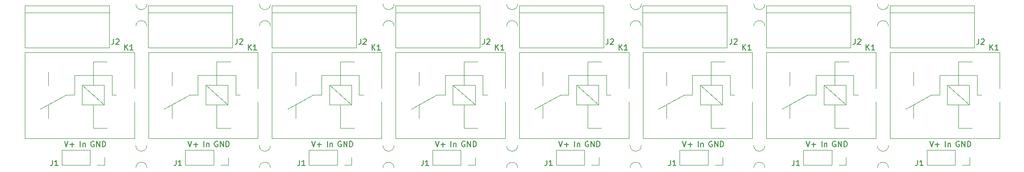
<source format=gbr>
G04 #@! TF.GenerationSoftware,KiCad,Pcbnew,5.1.5-52549c5~86~ubuntu19.10.1*
G04 #@! TF.CreationDate,2020-04-09T14:04:23+02:00*
G04 #@! TF.ProjectId,multi_CH,6d756c74-695f-4434-982e-6b696361645f,rev?*
G04 #@! TF.SameCoordinates,Original*
G04 #@! TF.FileFunction,Legend,Top*
G04 #@! TF.FilePolarity,Positive*
%FSLAX46Y46*%
G04 Gerber Fmt 4.6, Leading zero omitted, Abs format (unit mm)*
G04 Created by KiCad (PCBNEW 5.1.5-52549c5~86~ubuntu19.10.1) date 2020-04-09 14:04:23*
%MOMM*%
%LPD*%
G04 APERTURE LIST*
%ADD10C,0.150000*%
%ADD11C,0.050000*%
%ADD12C,0.120000*%
G04 APERTURE END LIST*
D10*
X186987859Y-102164140D02*
X186987859Y-101164140D01*
X187464049Y-101497474D02*
X187464049Y-102164140D01*
X187464049Y-101592712D02*
X187511668Y-101545093D01*
X187606906Y-101497474D01*
X187749763Y-101497474D01*
X187845001Y-101545093D01*
X187892620Y-101640331D01*
X187892620Y-102164140D01*
X164657859Y-102164140D02*
X164657859Y-101164140D01*
X165134049Y-101497474D02*
X165134049Y-102164140D01*
X165134049Y-101592712D02*
X165181668Y-101545093D01*
X165276906Y-101497474D01*
X165419763Y-101497474D01*
X165515001Y-101545093D01*
X165562620Y-101640331D01*
X165562620Y-102164140D01*
X142327859Y-102164140D02*
X142327859Y-101164140D01*
X142804049Y-101497474D02*
X142804049Y-102164140D01*
X142804049Y-101592712D02*
X142851668Y-101545093D01*
X142946906Y-101497474D01*
X143089763Y-101497474D01*
X143185001Y-101545093D01*
X143232620Y-101640331D01*
X143232620Y-102164140D01*
X119997859Y-102164140D02*
X119997859Y-101164140D01*
X120474049Y-101497474D02*
X120474049Y-102164140D01*
X120474049Y-101592712D02*
X120521668Y-101545093D01*
X120616906Y-101497474D01*
X120759763Y-101497474D01*
X120855001Y-101545093D01*
X120902620Y-101640331D01*
X120902620Y-102164140D01*
X97667859Y-102164140D02*
X97667859Y-101164140D01*
X98144049Y-101497474D02*
X98144049Y-102164140D01*
X98144049Y-101592712D02*
X98191668Y-101545093D01*
X98286906Y-101497474D01*
X98429763Y-101497474D01*
X98525001Y-101545093D01*
X98572620Y-101640331D01*
X98572620Y-102164140D01*
X75337859Y-102164140D02*
X75337859Y-101164140D01*
X75814049Y-101497474D02*
X75814049Y-102164140D01*
X75814049Y-101592712D02*
X75861668Y-101545093D01*
X75956906Y-101497474D01*
X76099763Y-101497474D01*
X76195001Y-101545093D01*
X76242620Y-101640331D01*
X76242620Y-102164140D01*
X53007859Y-102164140D02*
X53007859Y-101164140D01*
X53484049Y-101497474D02*
X53484049Y-102164140D01*
X53484049Y-101592712D02*
X53531668Y-101545093D01*
X53626906Y-101497474D01*
X53769763Y-101497474D01*
X53865001Y-101545093D01*
X53912620Y-101640331D01*
X53912620Y-102164140D01*
X184138359Y-101164140D02*
X184471692Y-102164140D01*
X184805025Y-101164140D01*
X185138359Y-101783188D02*
X185900263Y-101783188D01*
X185519311Y-102164140D02*
X185519311Y-101402236D01*
X161808359Y-101164140D02*
X162141692Y-102164140D01*
X162475025Y-101164140D01*
X162808359Y-101783188D02*
X163570263Y-101783188D01*
X163189311Y-102164140D02*
X163189311Y-101402236D01*
X139478359Y-101164140D02*
X139811692Y-102164140D01*
X140145025Y-101164140D01*
X140478359Y-101783188D02*
X141240263Y-101783188D01*
X140859311Y-102164140D02*
X140859311Y-101402236D01*
X117148359Y-101164140D02*
X117481692Y-102164140D01*
X117815025Y-101164140D01*
X118148359Y-101783188D02*
X118910263Y-101783188D01*
X118529311Y-102164140D02*
X118529311Y-101402236D01*
X94818359Y-101164140D02*
X95151692Y-102164140D01*
X95485025Y-101164140D01*
X95818359Y-101783188D02*
X96580263Y-101783188D01*
X96199311Y-102164140D02*
X96199311Y-101402236D01*
X72488359Y-101164140D02*
X72821692Y-102164140D01*
X73155025Y-101164140D01*
X73488359Y-101783188D02*
X74250263Y-101783188D01*
X73869311Y-102164140D02*
X73869311Y-101402236D01*
X50158359Y-101164140D02*
X50491692Y-102164140D01*
X50825025Y-101164140D01*
X51158359Y-101783188D02*
X51920263Y-101783188D01*
X51539311Y-102164140D02*
X51539311Y-101402236D01*
X189472335Y-101211760D02*
X189377097Y-101164140D01*
X189234240Y-101164140D01*
X189091382Y-101211760D01*
X188996144Y-101306998D01*
X188948525Y-101402236D01*
X188900906Y-101592712D01*
X188900906Y-101735569D01*
X188948525Y-101926045D01*
X188996144Y-102021283D01*
X189091382Y-102116521D01*
X189234240Y-102164140D01*
X189329478Y-102164140D01*
X189472335Y-102116521D01*
X189519954Y-102068902D01*
X189519954Y-101735569D01*
X189329478Y-101735569D01*
X189948525Y-102164140D02*
X189948525Y-101164140D01*
X190519954Y-102164140D01*
X190519954Y-101164140D01*
X190996144Y-102164140D02*
X190996144Y-101164140D01*
X191234240Y-101164140D01*
X191377097Y-101211760D01*
X191472335Y-101306998D01*
X191519954Y-101402236D01*
X191567573Y-101592712D01*
X191567573Y-101735569D01*
X191519954Y-101926045D01*
X191472335Y-102021283D01*
X191377097Y-102116521D01*
X191234240Y-102164140D01*
X190996144Y-102164140D01*
X167142335Y-101211760D02*
X167047097Y-101164140D01*
X166904240Y-101164140D01*
X166761382Y-101211760D01*
X166666144Y-101306998D01*
X166618525Y-101402236D01*
X166570906Y-101592712D01*
X166570906Y-101735569D01*
X166618525Y-101926045D01*
X166666144Y-102021283D01*
X166761382Y-102116521D01*
X166904240Y-102164140D01*
X166999478Y-102164140D01*
X167142335Y-102116521D01*
X167189954Y-102068902D01*
X167189954Y-101735569D01*
X166999478Y-101735569D01*
X167618525Y-102164140D02*
X167618525Y-101164140D01*
X168189954Y-102164140D01*
X168189954Y-101164140D01*
X168666144Y-102164140D02*
X168666144Y-101164140D01*
X168904240Y-101164140D01*
X169047097Y-101211760D01*
X169142335Y-101306998D01*
X169189954Y-101402236D01*
X169237573Y-101592712D01*
X169237573Y-101735569D01*
X169189954Y-101926045D01*
X169142335Y-102021283D01*
X169047097Y-102116521D01*
X168904240Y-102164140D01*
X168666144Y-102164140D01*
X144812335Y-101211760D02*
X144717097Y-101164140D01*
X144574240Y-101164140D01*
X144431382Y-101211760D01*
X144336144Y-101306998D01*
X144288525Y-101402236D01*
X144240906Y-101592712D01*
X144240906Y-101735569D01*
X144288525Y-101926045D01*
X144336144Y-102021283D01*
X144431382Y-102116521D01*
X144574240Y-102164140D01*
X144669478Y-102164140D01*
X144812335Y-102116521D01*
X144859954Y-102068902D01*
X144859954Y-101735569D01*
X144669478Y-101735569D01*
X145288525Y-102164140D02*
X145288525Y-101164140D01*
X145859954Y-102164140D01*
X145859954Y-101164140D01*
X146336144Y-102164140D02*
X146336144Y-101164140D01*
X146574240Y-101164140D01*
X146717097Y-101211760D01*
X146812335Y-101306998D01*
X146859954Y-101402236D01*
X146907573Y-101592712D01*
X146907573Y-101735569D01*
X146859954Y-101926045D01*
X146812335Y-102021283D01*
X146717097Y-102116521D01*
X146574240Y-102164140D01*
X146336144Y-102164140D01*
X122482335Y-101211760D02*
X122387097Y-101164140D01*
X122244240Y-101164140D01*
X122101382Y-101211760D01*
X122006144Y-101306998D01*
X121958525Y-101402236D01*
X121910906Y-101592712D01*
X121910906Y-101735569D01*
X121958525Y-101926045D01*
X122006144Y-102021283D01*
X122101382Y-102116521D01*
X122244240Y-102164140D01*
X122339478Y-102164140D01*
X122482335Y-102116521D01*
X122529954Y-102068902D01*
X122529954Y-101735569D01*
X122339478Y-101735569D01*
X122958525Y-102164140D02*
X122958525Y-101164140D01*
X123529954Y-102164140D01*
X123529954Y-101164140D01*
X124006144Y-102164140D02*
X124006144Y-101164140D01*
X124244240Y-101164140D01*
X124387097Y-101211760D01*
X124482335Y-101306998D01*
X124529954Y-101402236D01*
X124577573Y-101592712D01*
X124577573Y-101735569D01*
X124529954Y-101926045D01*
X124482335Y-102021283D01*
X124387097Y-102116521D01*
X124244240Y-102164140D01*
X124006144Y-102164140D01*
X100152335Y-101211760D02*
X100057097Y-101164140D01*
X99914240Y-101164140D01*
X99771382Y-101211760D01*
X99676144Y-101306998D01*
X99628525Y-101402236D01*
X99580906Y-101592712D01*
X99580906Y-101735569D01*
X99628525Y-101926045D01*
X99676144Y-102021283D01*
X99771382Y-102116521D01*
X99914240Y-102164140D01*
X100009478Y-102164140D01*
X100152335Y-102116521D01*
X100199954Y-102068902D01*
X100199954Y-101735569D01*
X100009478Y-101735569D01*
X100628525Y-102164140D02*
X100628525Y-101164140D01*
X101199954Y-102164140D01*
X101199954Y-101164140D01*
X101676144Y-102164140D02*
X101676144Y-101164140D01*
X101914240Y-101164140D01*
X102057097Y-101211760D01*
X102152335Y-101306998D01*
X102199954Y-101402236D01*
X102247573Y-101592712D01*
X102247573Y-101735569D01*
X102199954Y-101926045D01*
X102152335Y-102021283D01*
X102057097Y-102116521D01*
X101914240Y-102164140D01*
X101676144Y-102164140D01*
X77822335Y-101211760D02*
X77727097Y-101164140D01*
X77584240Y-101164140D01*
X77441382Y-101211760D01*
X77346144Y-101306998D01*
X77298525Y-101402236D01*
X77250906Y-101592712D01*
X77250906Y-101735569D01*
X77298525Y-101926045D01*
X77346144Y-102021283D01*
X77441382Y-102116521D01*
X77584240Y-102164140D01*
X77679478Y-102164140D01*
X77822335Y-102116521D01*
X77869954Y-102068902D01*
X77869954Y-101735569D01*
X77679478Y-101735569D01*
X78298525Y-102164140D02*
X78298525Y-101164140D01*
X78869954Y-102164140D01*
X78869954Y-101164140D01*
X79346144Y-102164140D02*
X79346144Y-101164140D01*
X79584240Y-101164140D01*
X79727097Y-101211760D01*
X79822335Y-101306998D01*
X79869954Y-101402236D01*
X79917573Y-101592712D01*
X79917573Y-101735569D01*
X79869954Y-101926045D01*
X79822335Y-102021283D01*
X79727097Y-102116521D01*
X79584240Y-102164140D01*
X79346144Y-102164140D01*
X55492335Y-101211760D02*
X55397097Y-101164140D01*
X55254240Y-101164140D01*
X55111382Y-101211760D01*
X55016144Y-101306998D01*
X54968525Y-101402236D01*
X54920906Y-101592712D01*
X54920906Y-101735569D01*
X54968525Y-101926045D01*
X55016144Y-102021283D01*
X55111382Y-102116521D01*
X55254240Y-102164140D01*
X55349478Y-102164140D01*
X55492335Y-102116521D01*
X55539954Y-102068902D01*
X55539954Y-101735569D01*
X55349478Y-101735569D01*
X55968525Y-102164140D02*
X55968525Y-101164140D01*
X56539954Y-102164140D01*
X56539954Y-101164140D01*
X57016144Y-102164140D02*
X57016144Y-101164140D01*
X57254240Y-101164140D01*
X57397097Y-101211760D01*
X57492335Y-101306998D01*
X57539954Y-101402236D01*
X57587573Y-101592712D01*
X57587573Y-101735569D01*
X57539954Y-101926045D01*
X57492335Y-102021283D01*
X57397097Y-102116521D01*
X57254240Y-102164140D01*
X57016144Y-102164140D01*
X33162335Y-101211760D02*
X33067097Y-101164140D01*
X32924240Y-101164140D01*
X32781382Y-101211760D01*
X32686144Y-101306998D01*
X32638525Y-101402236D01*
X32590906Y-101592712D01*
X32590906Y-101735569D01*
X32638525Y-101926045D01*
X32686144Y-102021283D01*
X32781382Y-102116521D01*
X32924240Y-102164140D01*
X33019478Y-102164140D01*
X33162335Y-102116521D01*
X33209954Y-102068902D01*
X33209954Y-101735569D01*
X33019478Y-101735569D01*
X33638525Y-102164140D02*
X33638525Y-101164140D01*
X34209954Y-102164140D01*
X34209954Y-101164140D01*
X34686144Y-102164140D02*
X34686144Y-101164140D01*
X34924240Y-101164140D01*
X35067097Y-101211760D01*
X35162335Y-101306998D01*
X35209954Y-101402236D01*
X35257573Y-101592712D01*
X35257573Y-101735569D01*
X35209954Y-101926045D01*
X35162335Y-102021283D01*
X35067097Y-102116521D01*
X34924240Y-102164140D01*
X34686144Y-102164140D01*
X30677859Y-102164140D02*
X30677859Y-101164140D01*
X31154049Y-101497474D02*
X31154049Y-102164140D01*
X31154049Y-101592712D02*
X31201668Y-101545093D01*
X31296906Y-101497474D01*
X31439763Y-101497474D01*
X31535001Y-101545093D01*
X31582620Y-101640331D01*
X31582620Y-102164140D01*
X27828359Y-101164140D02*
X28161692Y-102164140D01*
X28495025Y-101164140D01*
X28828359Y-101783188D02*
X29590263Y-101783188D01*
X29209311Y-102164140D02*
X29209311Y-101402236D01*
D11*
X40716960Y-101969820D02*
G75*
G03X42716960Y-101969820I1000000J0D01*
G01*
X42716960Y-105969820D02*
G75*
G03X40716960Y-105969820I-1000000J0D01*
G01*
X176702040Y-80318360D02*
G75*
G03X174702040Y-80318360I-1000000J0D01*
G01*
X174702040Y-76318360D02*
G75*
G03X176702040Y-76318360I1000000J0D01*
G01*
X154372040Y-80318360D02*
G75*
G03X152372040Y-80318360I-1000000J0D01*
G01*
X152372040Y-76318360D02*
G75*
G03X154372040Y-76318360I1000000J0D01*
G01*
X132042040Y-80318360D02*
G75*
G03X130042040Y-80318360I-1000000J0D01*
G01*
X130042040Y-76318360D02*
G75*
G03X132042040Y-76318360I1000000J0D01*
G01*
X109712040Y-80318360D02*
G75*
G03X107712040Y-80318360I-1000000J0D01*
G01*
X107712040Y-76318360D02*
G75*
G03X109712040Y-76318360I1000000J0D01*
G01*
X87382040Y-80318360D02*
G75*
G03X85382040Y-80318360I-1000000J0D01*
G01*
X85382040Y-76318360D02*
G75*
G03X87382040Y-76318360I1000000J0D01*
G01*
X65052040Y-80318360D02*
G75*
G03X63052040Y-80318360I-1000000J0D01*
G01*
X63052040Y-76318360D02*
G75*
G03X65052040Y-76318360I1000000J0D01*
G01*
X42722040Y-80318360D02*
G75*
G03X40722040Y-80318360I-1000000J0D01*
G01*
X40722040Y-76318360D02*
G75*
G03X42722040Y-76318360I1000000J0D01*
G01*
X174696960Y-101969820D02*
G75*
G03X176696960Y-101969820I1000000J0D01*
G01*
X176696960Y-105969820D02*
G75*
G03X174696960Y-105969820I-1000000J0D01*
G01*
X152366960Y-101969820D02*
G75*
G03X154366960Y-101969820I1000000J0D01*
G01*
X154366960Y-105969820D02*
G75*
G03X152366960Y-105969820I-1000000J0D01*
G01*
X130036960Y-101969820D02*
G75*
G03X132036960Y-101969820I1000000J0D01*
G01*
X132036960Y-105969820D02*
G75*
G03X130036960Y-105969820I-1000000J0D01*
G01*
X107706960Y-101969820D02*
G75*
G03X109706960Y-101969820I1000000J0D01*
G01*
X109706960Y-105969820D02*
G75*
G03X107706960Y-105969820I-1000000J0D01*
G01*
X85376960Y-101969820D02*
G75*
G03X87376960Y-101969820I1000000J0D01*
G01*
X87376960Y-105969820D02*
G75*
G03X85376960Y-105969820I-1000000J0D01*
G01*
X63046960Y-101969820D02*
G75*
G03X65046960Y-101969820I1000000J0D01*
G01*
X65046960Y-105969820D02*
G75*
G03X63046960Y-105969820I-1000000J0D01*
G01*
D12*
X187318740Y-90971760D02*
X191318740Y-90971760D01*
X187318740Y-94571760D02*
X187318740Y-90971760D01*
X191318740Y-94571760D02*
X187318740Y-94571760D01*
X191318740Y-90971760D02*
X191318740Y-94571760D01*
X187318740Y-90971760D02*
X191318740Y-94571760D01*
X189318740Y-90971760D02*
X189318740Y-86771760D01*
X189318740Y-98771760D02*
X189318740Y-94571760D01*
X192718740Y-92771760D02*
X192718740Y-89171760D01*
X185918740Y-92771760D02*
X185918740Y-89171760D01*
X185918740Y-89171760D02*
X192718740Y-89171760D01*
X184418740Y-92771760D02*
X179818740Y-95271760D01*
X185918740Y-92771760D02*
X184418740Y-92771760D01*
X189318740Y-98771760D02*
X191818740Y-98771760D01*
X192718740Y-92771760D02*
X193518740Y-92771760D01*
X191818740Y-86771760D02*
X189318740Y-86771760D01*
X181218740Y-97021760D02*
X181218740Y-94521760D01*
X181218740Y-88621760D02*
X181218740Y-91071760D01*
X176968740Y-85021760D02*
X196768740Y-85021760D01*
X176968740Y-100621760D02*
X176968740Y-85021760D01*
X196768740Y-100621760D02*
X176968740Y-100621760D01*
X196768740Y-100621760D02*
X196768740Y-94021760D01*
X196768740Y-91621760D02*
X196768740Y-85021760D01*
X164988740Y-90971760D02*
X168988740Y-90971760D01*
X164988740Y-94571760D02*
X164988740Y-90971760D01*
X168988740Y-94571760D02*
X164988740Y-94571760D01*
X168988740Y-90971760D02*
X168988740Y-94571760D01*
X164988740Y-90971760D02*
X168988740Y-94571760D01*
X166988740Y-90971760D02*
X166988740Y-86771760D01*
X166988740Y-98771760D02*
X166988740Y-94571760D01*
X170388740Y-92771760D02*
X170388740Y-89171760D01*
X163588740Y-92771760D02*
X163588740Y-89171760D01*
X163588740Y-89171760D02*
X170388740Y-89171760D01*
X162088740Y-92771760D02*
X157488740Y-95271760D01*
X163588740Y-92771760D02*
X162088740Y-92771760D01*
X166988740Y-98771760D02*
X169488740Y-98771760D01*
X170388740Y-92771760D02*
X171188740Y-92771760D01*
X169488740Y-86771760D02*
X166988740Y-86771760D01*
X158888740Y-97021760D02*
X158888740Y-94521760D01*
X158888740Y-88621760D02*
X158888740Y-91071760D01*
X154638740Y-85021760D02*
X174438740Y-85021760D01*
X154638740Y-100621760D02*
X154638740Y-85021760D01*
X174438740Y-100621760D02*
X154638740Y-100621760D01*
X174438740Y-100621760D02*
X174438740Y-94021760D01*
X174438740Y-91621760D02*
X174438740Y-85021760D01*
X142658740Y-90971760D02*
X146658740Y-90971760D01*
X142658740Y-94571760D02*
X142658740Y-90971760D01*
X146658740Y-94571760D02*
X142658740Y-94571760D01*
X146658740Y-90971760D02*
X146658740Y-94571760D01*
X142658740Y-90971760D02*
X146658740Y-94571760D01*
X144658740Y-90971760D02*
X144658740Y-86771760D01*
X144658740Y-98771760D02*
X144658740Y-94571760D01*
X148058740Y-92771760D02*
X148058740Y-89171760D01*
X141258740Y-92771760D02*
X141258740Y-89171760D01*
X141258740Y-89171760D02*
X148058740Y-89171760D01*
X139758740Y-92771760D02*
X135158740Y-95271760D01*
X141258740Y-92771760D02*
X139758740Y-92771760D01*
X144658740Y-98771760D02*
X147158740Y-98771760D01*
X148058740Y-92771760D02*
X148858740Y-92771760D01*
X147158740Y-86771760D02*
X144658740Y-86771760D01*
X136558740Y-97021760D02*
X136558740Y-94521760D01*
X136558740Y-88621760D02*
X136558740Y-91071760D01*
X132308740Y-85021760D02*
X152108740Y-85021760D01*
X132308740Y-100621760D02*
X132308740Y-85021760D01*
X152108740Y-100621760D02*
X132308740Y-100621760D01*
X152108740Y-100621760D02*
X152108740Y-94021760D01*
X152108740Y-91621760D02*
X152108740Y-85021760D01*
X120328740Y-90971760D02*
X124328740Y-90971760D01*
X120328740Y-94571760D02*
X120328740Y-90971760D01*
X124328740Y-94571760D02*
X120328740Y-94571760D01*
X124328740Y-90971760D02*
X124328740Y-94571760D01*
X120328740Y-90971760D02*
X124328740Y-94571760D01*
X122328740Y-90971760D02*
X122328740Y-86771760D01*
X122328740Y-98771760D02*
X122328740Y-94571760D01*
X125728740Y-92771760D02*
X125728740Y-89171760D01*
X118928740Y-92771760D02*
X118928740Y-89171760D01*
X118928740Y-89171760D02*
X125728740Y-89171760D01*
X117428740Y-92771760D02*
X112828740Y-95271760D01*
X118928740Y-92771760D02*
X117428740Y-92771760D01*
X122328740Y-98771760D02*
X124828740Y-98771760D01*
X125728740Y-92771760D02*
X126528740Y-92771760D01*
X124828740Y-86771760D02*
X122328740Y-86771760D01*
X114228740Y-97021760D02*
X114228740Y-94521760D01*
X114228740Y-88621760D02*
X114228740Y-91071760D01*
X109978740Y-85021760D02*
X129778740Y-85021760D01*
X109978740Y-100621760D02*
X109978740Y-85021760D01*
X129778740Y-100621760D02*
X109978740Y-100621760D01*
X129778740Y-100621760D02*
X129778740Y-94021760D01*
X129778740Y-91621760D02*
X129778740Y-85021760D01*
X97998740Y-90971760D02*
X101998740Y-90971760D01*
X97998740Y-94571760D02*
X97998740Y-90971760D01*
X101998740Y-94571760D02*
X97998740Y-94571760D01*
X101998740Y-90971760D02*
X101998740Y-94571760D01*
X97998740Y-90971760D02*
X101998740Y-94571760D01*
X99998740Y-90971760D02*
X99998740Y-86771760D01*
X99998740Y-98771760D02*
X99998740Y-94571760D01*
X103398740Y-92771760D02*
X103398740Y-89171760D01*
X96598740Y-92771760D02*
X96598740Y-89171760D01*
X96598740Y-89171760D02*
X103398740Y-89171760D01*
X95098740Y-92771760D02*
X90498740Y-95271760D01*
X96598740Y-92771760D02*
X95098740Y-92771760D01*
X99998740Y-98771760D02*
X102498740Y-98771760D01*
X103398740Y-92771760D02*
X104198740Y-92771760D01*
X102498740Y-86771760D02*
X99998740Y-86771760D01*
X91898740Y-97021760D02*
X91898740Y-94521760D01*
X91898740Y-88621760D02*
X91898740Y-91071760D01*
X87648740Y-85021760D02*
X107448740Y-85021760D01*
X87648740Y-100621760D02*
X87648740Y-85021760D01*
X107448740Y-100621760D02*
X87648740Y-100621760D01*
X107448740Y-100621760D02*
X107448740Y-94021760D01*
X107448740Y-91621760D02*
X107448740Y-85021760D01*
X75668740Y-90971760D02*
X79668740Y-90971760D01*
X75668740Y-94571760D02*
X75668740Y-90971760D01*
X79668740Y-94571760D02*
X75668740Y-94571760D01*
X79668740Y-90971760D02*
X79668740Y-94571760D01*
X75668740Y-90971760D02*
X79668740Y-94571760D01*
X77668740Y-90971760D02*
X77668740Y-86771760D01*
X77668740Y-98771760D02*
X77668740Y-94571760D01*
X81068740Y-92771760D02*
X81068740Y-89171760D01*
X74268740Y-92771760D02*
X74268740Y-89171760D01*
X74268740Y-89171760D02*
X81068740Y-89171760D01*
X72768740Y-92771760D02*
X68168740Y-95271760D01*
X74268740Y-92771760D02*
X72768740Y-92771760D01*
X77668740Y-98771760D02*
X80168740Y-98771760D01*
X81068740Y-92771760D02*
X81868740Y-92771760D01*
X80168740Y-86771760D02*
X77668740Y-86771760D01*
X69568740Y-97021760D02*
X69568740Y-94521760D01*
X69568740Y-88621760D02*
X69568740Y-91071760D01*
X65318740Y-85021760D02*
X85118740Y-85021760D01*
X65318740Y-100621760D02*
X65318740Y-85021760D01*
X85118740Y-100621760D02*
X65318740Y-100621760D01*
X85118740Y-100621760D02*
X85118740Y-94021760D01*
X85118740Y-91621760D02*
X85118740Y-85021760D01*
X53338740Y-90971760D02*
X57338740Y-90971760D01*
X53338740Y-94571760D02*
X53338740Y-90971760D01*
X57338740Y-94571760D02*
X53338740Y-94571760D01*
X57338740Y-90971760D02*
X57338740Y-94571760D01*
X53338740Y-90971760D02*
X57338740Y-94571760D01*
X55338740Y-90971760D02*
X55338740Y-86771760D01*
X55338740Y-98771760D02*
X55338740Y-94571760D01*
X58738740Y-92771760D02*
X58738740Y-89171760D01*
X51938740Y-92771760D02*
X51938740Y-89171760D01*
X51938740Y-89171760D02*
X58738740Y-89171760D01*
X50438740Y-92771760D02*
X45838740Y-95271760D01*
X51938740Y-92771760D02*
X50438740Y-92771760D01*
X55338740Y-98771760D02*
X57838740Y-98771760D01*
X58738740Y-92771760D02*
X59538740Y-92771760D01*
X57838740Y-86771760D02*
X55338740Y-86771760D01*
X47238740Y-97021760D02*
X47238740Y-94521760D01*
X47238740Y-88621760D02*
X47238740Y-91071760D01*
X42988740Y-85021760D02*
X62788740Y-85021760D01*
X42988740Y-100621760D02*
X42988740Y-85021760D01*
X62788740Y-100621760D02*
X42988740Y-100621760D01*
X62788740Y-100621760D02*
X62788740Y-94021760D01*
X62788740Y-91621760D02*
X62788740Y-85021760D01*
X191373740Y-104124760D02*
X191373740Y-105454760D01*
X191373740Y-105454760D02*
X190043740Y-105454760D01*
X188773740Y-105454760D02*
X183633740Y-105454760D01*
X183633740Y-102794760D02*
X183633740Y-105454760D01*
X188773740Y-102794760D02*
X183633740Y-102794760D01*
X188773740Y-102794760D02*
X188773740Y-105454760D01*
X169043740Y-104124760D02*
X169043740Y-105454760D01*
X169043740Y-105454760D02*
X167713740Y-105454760D01*
X166443740Y-105454760D02*
X161303740Y-105454760D01*
X161303740Y-102794760D02*
X161303740Y-105454760D01*
X166443740Y-102794760D02*
X161303740Y-102794760D01*
X166443740Y-102794760D02*
X166443740Y-105454760D01*
X146713740Y-104124760D02*
X146713740Y-105454760D01*
X146713740Y-105454760D02*
X145383740Y-105454760D01*
X144113740Y-105454760D02*
X138973740Y-105454760D01*
X138973740Y-102794760D02*
X138973740Y-105454760D01*
X144113740Y-102794760D02*
X138973740Y-102794760D01*
X144113740Y-102794760D02*
X144113740Y-105454760D01*
X124383740Y-104124760D02*
X124383740Y-105454760D01*
X124383740Y-105454760D02*
X123053740Y-105454760D01*
X121783740Y-105454760D02*
X116643740Y-105454760D01*
X116643740Y-102794760D02*
X116643740Y-105454760D01*
X121783740Y-102794760D02*
X116643740Y-102794760D01*
X121783740Y-102794760D02*
X121783740Y-105454760D01*
X102053740Y-104124760D02*
X102053740Y-105454760D01*
X102053740Y-105454760D02*
X100723740Y-105454760D01*
X99453740Y-105454760D02*
X94313740Y-105454760D01*
X94313740Y-102794760D02*
X94313740Y-105454760D01*
X99453740Y-102794760D02*
X94313740Y-102794760D01*
X99453740Y-102794760D02*
X99453740Y-105454760D01*
X79723740Y-104124760D02*
X79723740Y-105454760D01*
X79723740Y-105454760D02*
X78393740Y-105454760D01*
X77123740Y-105454760D02*
X71983740Y-105454760D01*
X71983740Y-102794760D02*
X71983740Y-105454760D01*
X77123740Y-102794760D02*
X71983740Y-102794760D01*
X77123740Y-102794760D02*
X77123740Y-105454760D01*
X57393740Y-104124760D02*
X57393740Y-105454760D01*
X57393740Y-105454760D02*
X56063740Y-105454760D01*
X54793740Y-105454760D02*
X49653740Y-105454760D01*
X49653740Y-102794760D02*
X49653740Y-105454760D01*
X54793740Y-102794760D02*
X49653740Y-102794760D01*
X54793740Y-102794760D02*
X54793740Y-105454760D01*
X192202740Y-76565760D02*
X192202740Y-84185760D01*
X176962740Y-76565760D02*
X176962740Y-84185760D01*
X192202740Y-77835760D02*
X176962740Y-77835760D01*
X192202740Y-84185760D02*
X176962740Y-84185760D01*
X192202740Y-76565760D02*
X176962740Y-76565760D01*
X169872740Y-76565760D02*
X169872740Y-84185760D01*
X154632740Y-76565760D02*
X154632740Y-84185760D01*
X169872740Y-77835760D02*
X154632740Y-77835760D01*
X169872740Y-84185760D02*
X154632740Y-84185760D01*
X169872740Y-76565760D02*
X154632740Y-76565760D01*
X147542740Y-76565760D02*
X147542740Y-84185760D01*
X132302740Y-76565760D02*
X132302740Y-84185760D01*
X147542740Y-77835760D02*
X132302740Y-77835760D01*
X147542740Y-84185760D02*
X132302740Y-84185760D01*
X147542740Y-76565760D02*
X132302740Y-76565760D01*
X125212740Y-76565760D02*
X125212740Y-84185760D01*
X109972740Y-76565760D02*
X109972740Y-84185760D01*
X125212740Y-77835760D02*
X109972740Y-77835760D01*
X125212740Y-84185760D02*
X109972740Y-84185760D01*
X125212740Y-76565760D02*
X109972740Y-76565760D01*
X102882740Y-76565760D02*
X102882740Y-84185760D01*
X87642740Y-76565760D02*
X87642740Y-84185760D01*
X102882740Y-77835760D02*
X87642740Y-77835760D01*
X102882740Y-84185760D02*
X87642740Y-84185760D01*
X102882740Y-76565760D02*
X87642740Y-76565760D01*
X80552740Y-76565760D02*
X80552740Y-84185760D01*
X65312740Y-76565760D02*
X65312740Y-84185760D01*
X80552740Y-77835760D02*
X65312740Y-77835760D01*
X80552740Y-84185760D02*
X65312740Y-84185760D01*
X80552740Y-76565760D02*
X65312740Y-76565760D01*
X58222740Y-76565760D02*
X58222740Y-84185760D01*
X42982740Y-76565760D02*
X42982740Y-84185760D01*
X58222740Y-77835760D02*
X42982740Y-77835760D01*
X58222740Y-84185760D02*
X42982740Y-84185760D01*
X58222740Y-76565760D02*
X42982740Y-76565760D01*
X40458740Y-91621760D02*
X40458740Y-85021760D01*
X40458740Y-100621760D02*
X40458740Y-94021760D01*
X40458740Y-100621760D02*
X20658740Y-100621760D01*
X20658740Y-100621760D02*
X20658740Y-85021760D01*
X20658740Y-85021760D02*
X40458740Y-85021760D01*
X24908740Y-88621760D02*
X24908740Y-91071760D01*
X24908740Y-97021760D02*
X24908740Y-94521760D01*
X35508740Y-86771760D02*
X33008740Y-86771760D01*
X36408740Y-92771760D02*
X37208740Y-92771760D01*
X33008740Y-98771760D02*
X35508740Y-98771760D01*
X29608740Y-92771760D02*
X28108740Y-92771760D01*
X28108740Y-92771760D02*
X23508740Y-95271760D01*
X29608740Y-89171760D02*
X36408740Y-89171760D01*
X29608740Y-92771760D02*
X29608740Y-89171760D01*
X36408740Y-92771760D02*
X36408740Y-89171760D01*
X33008740Y-98771760D02*
X33008740Y-94571760D01*
X33008740Y-90971760D02*
X33008740Y-86771760D01*
X31008740Y-90971760D02*
X35008740Y-94571760D01*
X35008740Y-90971760D02*
X35008740Y-94571760D01*
X35008740Y-94571760D02*
X31008740Y-94571760D01*
X31008740Y-94571760D02*
X31008740Y-90971760D01*
X31008740Y-90971760D02*
X35008740Y-90971760D01*
X32463740Y-102794760D02*
X32463740Y-105454760D01*
X32463740Y-102794760D02*
X27323740Y-102794760D01*
X27323740Y-102794760D02*
X27323740Y-105454760D01*
X32463740Y-105454760D02*
X27323740Y-105454760D01*
X35063740Y-105454760D02*
X33733740Y-105454760D01*
X35063740Y-104124760D02*
X35063740Y-105454760D01*
X35892740Y-76565760D02*
X20652740Y-76565760D01*
X35892740Y-84185760D02*
X20652740Y-84185760D01*
X35892740Y-77835760D02*
X20652740Y-77835760D01*
X20652740Y-76565760D02*
X20652740Y-84185760D01*
X35892740Y-76565760D02*
X35892740Y-84185760D01*
D10*
X195020644Y-84638140D02*
X195020644Y-83638140D01*
X195592073Y-84638140D02*
X195163501Y-84066712D01*
X195592073Y-83638140D02*
X195020644Y-84209569D01*
X196544454Y-84638140D02*
X195973025Y-84638140D01*
X196258740Y-84638140D02*
X196258740Y-83638140D01*
X196163501Y-83780998D01*
X196068263Y-83876236D01*
X195973025Y-83923855D01*
X172690644Y-84638140D02*
X172690644Y-83638140D01*
X173262073Y-84638140D02*
X172833501Y-84066712D01*
X173262073Y-83638140D02*
X172690644Y-84209569D01*
X174214454Y-84638140D02*
X173643025Y-84638140D01*
X173928740Y-84638140D02*
X173928740Y-83638140D01*
X173833501Y-83780998D01*
X173738263Y-83876236D01*
X173643025Y-83923855D01*
X150360644Y-84638140D02*
X150360644Y-83638140D01*
X150932073Y-84638140D02*
X150503501Y-84066712D01*
X150932073Y-83638140D02*
X150360644Y-84209569D01*
X151884454Y-84638140D02*
X151313025Y-84638140D01*
X151598740Y-84638140D02*
X151598740Y-83638140D01*
X151503501Y-83780998D01*
X151408263Y-83876236D01*
X151313025Y-83923855D01*
X128030644Y-84638140D02*
X128030644Y-83638140D01*
X128602073Y-84638140D02*
X128173501Y-84066712D01*
X128602073Y-83638140D02*
X128030644Y-84209569D01*
X129554454Y-84638140D02*
X128983025Y-84638140D01*
X129268740Y-84638140D02*
X129268740Y-83638140D01*
X129173501Y-83780998D01*
X129078263Y-83876236D01*
X128983025Y-83923855D01*
X105700644Y-84638140D02*
X105700644Y-83638140D01*
X106272073Y-84638140D02*
X105843501Y-84066712D01*
X106272073Y-83638140D02*
X105700644Y-84209569D01*
X107224454Y-84638140D02*
X106653025Y-84638140D01*
X106938740Y-84638140D02*
X106938740Y-83638140D01*
X106843501Y-83780998D01*
X106748263Y-83876236D01*
X106653025Y-83923855D01*
X83370644Y-84638140D02*
X83370644Y-83638140D01*
X83942073Y-84638140D02*
X83513501Y-84066712D01*
X83942073Y-83638140D02*
X83370644Y-84209569D01*
X84894454Y-84638140D02*
X84323025Y-84638140D01*
X84608740Y-84638140D02*
X84608740Y-83638140D01*
X84513501Y-83780998D01*
X84418263Y-83876236D01*
X84323025Y-83923855D01*
X61040644Y-84638140D02*
X61040644Y-83638140D01*
X61612073Y-84638140D02*
X61183501Y-84066712D01*
X61612073Y-83638140D02*
X61040644Y-84209569D01*
X62564454Y-84638140D02*
X61993025Y-84638140D01*
X62278740Y-84638140D02*
X62278740Y-83638140D01*
X62183501Y-83780998D01*
X62088263Y-83876236D01*
X61993025Y-83923855D01*
X181963406Y-104593140D02*
X181963406Y-105307426D01*
X181915787Y-105450283D01*
X181820549Y-105545521D01*
X181677692Y-105593140D01*
X181582454Y-105593140D01*
X182963406Y-105593140D02*
X182391978Y-105593140D01*
X182677692Y-105593140D02*
X182677692Y-104593140D01*
X182582454Y-104735998D01*
X182487216Y-104831236D01*
X182391978Y-104878855D01*
X159633406Y-104593140D02*
X159633406Y-105307426D01*
X159585787Y-105450283D01*
X159490549Y-105545521D01*
X159347692Y-105593140D01*
X159252454Y-105593140D01*
X160633406Y-105593140D02*
X160061978Y-105593140D01*
X160347692Y-105593140D02*
X160347692Y-104593140D01*
X160252454Y-104735998D01*
X160157216Y-104831236D01*
X160061978Y-104878855D01*
X137303406Y-104593140D02*
X137303406Y-105307426D01*
X137255787Y-105450283D01*
X137160549Y-105545521D01*
X137017692Y-105593140D01*
X136922454Y-105593140D01*
X138303406Y-105593140D02*
X137731978Y-105593140D01*
X138017692Y-105593140D02*
X138017692Y-104593140D01*
X137922454Y-104735998D01*
X137827216Y-104831236D01*
X137731978Y-104878855D01*
X114973406Y-104593140D02*
X114973406Y-105307426D01*
X114925787Y-105450283D01*
X114830549Y-105545521D01*
X114687692Y-105593140D01*
X114592454Y-105593140D01*
X115973406Y-105593140D02*
X115401978Y-105593140D01*
X115687692Y-105593140D02*
X115687692Y-104593140D01*
X115592454Y-104735998D01*
X115497216Y-104831236D01*
X115401978Y-104878855D01*
X92643406Y-104593140D02*
X92643406Y-105307426D01*
X92595787Y-105450283D01*
X92500549Y-105545521D01*
X92357692Y-105593140D01*
X92262454Y-105593140D01*
X93643406Y-105593140D02*
X93071978Y-105593140D01*
X93357692Y-105593140D02*
X93357692Y-104593140D01*
X93262454Y-104735998D01*
X93167216Y-104831236D01*
X93071978Y-104878855D01*
X70313406Y-104593140D02*
X70313406Y-105307426D01*
X70265787Y-105450283D01*
X70170549Y-105545521D01*
X70027692Y-105593140D01*
X69932454Y-105593140D01*
X71313406Y-105593140D02*
X70741978Y-105593140D01*
X71027692Y-105593140D02*
X71027692Y-104593140D01*
X70932454Y-104735998D01*
X70837216Y-104831236D01*
X70741978Y-104878855D01*
X47983406Y-104593140D02*
X47983406Y-105307426D01*
X47935787Y-105450283D01*
X47840549Y-105545521D01*
X47697692Y-105593140D01*
X47602454Y-105593140D01*
X48983406Y-105593140D02*
X48411978Y-105593140D01*
X48697692Y-105593140D02*
X48697692Y-104593140D01*
X48602454Y-104735998D01*
X48507216Y-104831236D01*
X48411978Y-104878855D01*
X193012406Y-82622140D02*
X193012406Y-83336426D01*
X192964787Y-83479283D01*
X192869549Y-83574521D01*
X192726692Y-83622140D01*
X192631454Y-83622140D01*
X193440978Y-82717379D02*
X193488597Y-82669760D01*
X193583835Y-82622140D01*
X193821930Y-82622140D01*
X193917168Y-82669760D01*
X193964787Y-82717379D01*
X194012406Y-82812617D01*
X194012406Y-82907855D01*
X193964787Y-83050712D01*
X193393359Y-83622140D01*
X194012406Y-83622140D01*
X170682406Y-82622140D02*
X170682406Y-83336426D01*
X170634787Y-83479283D01*
X170539549Y-83574521D01*
X170396692Y-83622140D01*
X170301454Y-83622140D01*
X171110978Y-82717379D02*
X171158597Y-82669760D01*
X171253835Y-82622140D01*
X171491930Y-82622140D01*
X171587168Y-82669760D01*
X171634787Y-82717379D01*
X171682406Y-82812617D01*
X171682406Y-82907855D01*
X171634787Y-83050712D01*
X171063359Y-83622140D01*
X171682406Y-83622140D01*
X148352406Y-82622140D02*
X148352406Y-83336426D01*
X148304787Y-83479283D01*
X148209549Y-83574521D01*
X148066692Y-83622140D01*
X147971454Y-83622140D01*
X148780978Y-82717379D02*
X148828597Y-82669760D01*
X148923835Y-82622140D01*
X149161930Y-82622140D01*
X149257168Y-82669760D01*
X149304787Y-82717379D01*
X149352406Y-82812617D01*
X149352406Y-82907855D01*
X149304787Y-83050712D01*
X148733359Y-83622140D01*
X149352406Y-83622140D01*
X126022406Y-82622140D02*
X126022406Y-83336426D01*
X125974787Y-83479283D01*
X125879549Y-83574521D01*
X125736692Y-83622140D01*
X125641454Y-83622140D01*
X126450978Y-82717379D02*
X126498597Y-82669760D01*
X126593835Y-82622140D01*
X126831930Y-82622140D01*
X126927168Y-82669760D01*
X126974787Y-82717379D01*
X127022406Y-82812617D01*
X127022406Y-82907855D01*
X126974787Y-83050712D01*
X126403359Y-83622140D01*
X127022406Y-83622140D01*
X103692406Y-82622140D02*
X103692406Y-83336426D01*
X103644787Y-83479283D01*
X103549549Y-83574521D01*
X103406692Y-83622140D01*
X103311454Y-83622140D01*
X104120978Y-82717379D02*
X104168597Y-82669760D01*
X104263835Y-82622140D01*
X104501930Y-82622140D01*
X104597168Y-82669760D01*
X104644787Y-82717379D01*
X104692406Y-82812617D01*
X104692406Y-82907855D01*
X104644787Y-83050712D01*
X104073359Y-83622140D01*
X104692406Y-83622140D01*
X81362406Y-82622140D02*
X81362406Y-83336426D01*
X81314787Y-83479283D01*
X81219549Y-83574521D01*
X81076692Y-83622140D01*
X80981454Y-83622140D01*
X81790978Y-82717379D02*
X81838597Y-82669760D01*
X81933835Y-82622140D01*
X82171930Y-82622140D01*
X82267168Y-82669760D01*
X82314787Y-82717379D01*
X82362406Y-82812617D01*
X82362406Y-82907855D01*
X82314787Y-83050712D01*
X81743359Y-83622140D01*
X82362406Y-83622140D01*
X59032406Y-82622140D02*
X59032406Y-83336426D01*
X58984787Y-83479283D01*
X58889549Y-83574521D01*
X58746692Y-83622140D01*
X58651454Y-83622140D01*
X59460978Y-82717379D02*
X59508597Y-82669760D01*
X59603835Y-82622140D01*
X59841930Y-82622140D01*
X59937168Y-82669760D01*
X59984787Y-82717379D01*
X60032406Y-82812617D01*
X60032406Y-82907855D01*
X59984787Y-83050712D01*
X59413359Y-83622140D01*
X60032406Y-83622140D01*
X38710644Y-84638140D02*
X38710644Y-83638140D01*
X39282073Y-84638140D02*
X38853501Y-84066712D01*
X39282073Y-83638140D02*
X38710644Y-84209569D01*
X40234454Y-84638140D02*
X39663025Y-84638140D01*
X39948740Y-84638140D02*
X39948740Y-83638140D01*
X39853501Y-83780998D01*
X39758263Y-83876236D01*
X39663025Y-83923855D01*
X25653406Y-104593140D02*
X25653406Y-105307426D01*
X25605787Y-105450283D01*
X25510549Y-105545521D01*
X25367692Y-105593140D01*
X25272454Y-105593140D01*
X26653406Y-105593140D02*
X26081978Y-105593140D01*
X26367692Y-105593140D02*
X26367692Y-104593140D01*
X26272454Y-104735998D01*
X26177216Y-104831236D01*
X26081978Y-104878855D01*
X36702406Y-82622140D02*
X36702406Y-83336426D01*
X36654787Y-83479283D01*
X36559549Y-83574521D01*
X36416692Y-83622140D01*
X36321454Y-83622140D01*
X37130978Y-82717379D02*
X37178597Y-82669760D01*
X37273835Y-82622140D01*
X37511930Y-82622140D01*
X37607168Y-82669760D01*
X37654787Y-82717379D01*
X37702406Y-82812617D01*
X37702406Y-82907855D01*
X37654787Y-83050712D01*
X37083359Y-83622140D01*
X37702406Y-83622140D01*
M02*

</source>
